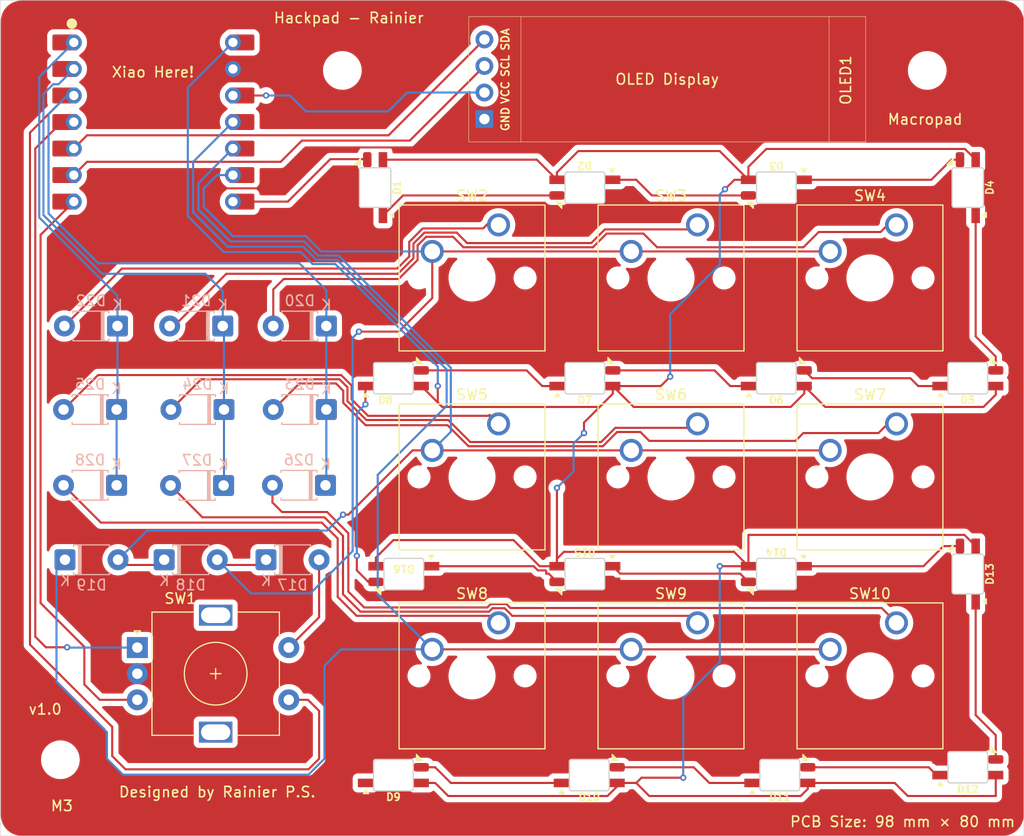
<source format=kicad_pcb>
(kicad_pcb (version 20241229) (generator "pcbnew") (generator_version "9.0")
  (title_block (title "Hackpad - Rainier"))
  (layers (0 "F.Cu" signal) (2 "B.Cu" signal) (13 "F.Paste" user) (15 "B.Paste" user) (5 "F.SilkS" user "F.Silkscreen") (7 "B.SilkS" user "B.Silkscreen") (1 "F.Mask" user) (3 "B.Mask" user) (25 "Edge.Cuts" user))
  (net 0 "")
  (net 1 "EC11_A")
  (net 2 "VCCQ")
  (net 3 "ROW1")
  (net 4 "COL0")
  (net 5 "EC11_S1")
  (net 6 "LED_CNTRL")
  (net 7 "Net-(D2-DOUT)")
  (net 8 "Net-(D4-DOUT)")
  (net 9 "Net-(D10-DIN)")
  (net 10 "COL2")
  (net 11 "Net-(D15-DIN)")
  (net 12 "Net-(D20-A)")
  (net 13 "Net-(D14-DIN)")
  (net 14 "Net-(D3-DOUT)")
  (net 15 "Net-(D13-DIN)")
  (net 16 "EC11_S2")
  (net 17 "COL1")
  (net 18 "Net-(D11-DIN)")
  (net 19 "Net-(D10-DOUT)")
  (net 20 "Net-(D1-DOUT)")
  (net 21 "Net-(D22-A)")
  (net 22 "Net-(D24-A)")
  (net 23 "Net-(D21-A)")
  (net 24 "Net-(D23-A)")
  (net 25 "Net-(D25-A)")
  (net 26 "Net-(D6-DOUT)")
  (net 27 "Net-(D27-A)")
  (net 28 "Net-(D5-DOUT)")
  (net 29 "Net-(D16-DIN)")
  (net 30 "Net-(D12-DIN)")
  (net 31 "Net-(D26-A)")
  (net 32 "Net-(D28-A)")
  (net 33 "Net-(D7-DOUT)")
  (net 34 "VCC")
  (net 35 "ROW0")
  (net 36 "OLED_SDA")
  (net 37 "GND")
  (net 38 "OLED_SCL")
  (net 39 "EC11_B")
  (footprint "Downloads:SK6812-MINI-E" (layer "F.Cu") (at 92.0584 37.0652 90)
    (property "Reference" "D1")
    (property "Value" "SK6812MINI" (hide yes))
    (fp_line (start -1.7 -1.5) (end 1.7 -1.5) (stroke (width 0.12)) (layer "Edge.Cuts"))
    (fp_line (start 1.9 -1.3) (end 1.9 1.3) (stroke (width 0.12)) (layer "Edge.Cuts"))
    (fp_line (start -1.9 1.3) (end -1.9 -1.3) (stroke (width 0.12)) (layer "Edge.Cuts"))
    (fp_line (start 1.7 1.5) (end -1.7 1.5) (stroke (width 0.12)) (layer "Edge.Cuts"))
    (fp_arc (start 1.7 -1.5) (mid 1.841421 -1.441421) (end 1.9 -1.3) (stroke (width 0.12)) (layer "Edge.Cuts"))
    (fp_arc (start -1.9 -1.3) (mid -1.841421 -1.441421) (end -1.7 -1.5) (stroke (width 0.12)) (layer "Edge.Cuts"))
    (fp_arc (start 1.9 1.3) (mid 1.841421 1.441421) (end 1.7 1.5) (stroke (width 0.12)) (layer "Edge.Cuts"))
    (fp_arc (start -1.7 1.5) (mid -1.841421 1.441421) (end -1.9 1.3) (stroke (width 0.12)) (layer "Edge.Cuts"))
  )
  (footprint "Downloads:SK6812-MINI-E" (layer "F.Cu") (at 130.475067 55.3152)
    (property "Reference" "D6")
    (property "Value" "SK6812MINI" (hide yes))
    (fp_line (start -1.9 1.3) (end -1.9 -1.3) (stroke (width 0.12)) (layer "Edge.Cuts"))
    (fp_line (start -1.7 -1.5) (end 1.7 -1.5) (stroke (width 0.12)) (layer "Edge.Cuts"))
    (fp_line (start 1.7 1.5) (end -1.7 1.5) (stroke (width 0.12)) (layer "Edge.Cuts"))
    (fp_line (start 1.9 -1.3) (end 1.9 1.3) (stroke (width 0.12)) (layer "Edge.Cuts"))
    (fp_arc (start -1.9 -1.3) (mid -1.841421 -1.441421) (end -1.7 -1.5) (stroke (width 0.12)) (layer "Edge.Cuts"))
    (fp_arc (start -1.7 1.5) (mid -1.841421 1.441421) (end -1.9 1.3) (stroke (width 0.12)) (layer "Edge.Cuts"))
    (fp_arc (start 1.7 -1.5) (mid 1.841421 -1.441421) (end 1.9 -1.3) (stroke (width 0.12)) (layer "Edge.Cuts"))
    (fp_arc (start 1.9 1.3) (mid 1.841421 1.441421) (end 1.7 1.5) (stroke (width 0.12)) (layer "Edge.Cuts"))
  )
  (footprint "Downloads:SSD1306-0.91-OLED-4pin-128x32" (layer "F.Cu") (at 139.0224 32.6902 180)
    (property "Reference" "OLED1")
    (property "Value" "~" (hide yes))
  )
  (footprint "Downloads:SK6812-MINI-E" (layer "F.Cu") (at 148.8084 37.0652 90)
    (property "Reference" "D4")
    (property "Value" "SK6812MINI" (hide yes))
    (fp_line (start -1.7 -1.5) (end 1.7 -1.5) (stroke (width 0.12)) (layer "Edge.Cuts"))
    (fp_line (start 1.9 -1.3) (end 1.9 1.3) (stroke (width 0.12)) (layer "Edge.Cuts"))
    (fp_line (start -1.9 1.3) (end -1.9 -1.3) (stroke (width 0.12)) (layer "Edge.Cuts"))
    (fp_line (start 1.7 1.5) (end -1.7 1.5) (stroke (width 0.12)) (layer "Edge.Cuts"))
    (fp_arc (start 1.7 -1.5) (mid 1.841421 -1.441421) (end 1.9 -1.3) (stroke (width 0.12)) (layer "Edge.Cuts"))
    (fp_arc (start -1.9 -1.3) (mid -1.841421 -1.441421) (end -1.7 -1.5) (stroke (width 0.12)) (layer "Edge.Cuts"))
    (fp_arc (start 1.9 1.3) (mid 1.841421 1.441421) (end 1.7 1.5) (stroke (width 0.12)) (layer "Edge.Cuts"))
    (fp_arc (start -1.7 1.5) (mid -1.841421 1.441421) (end -1.9 1.3) (stroke (width 0.12)) (layer "Edge.Cuts"))
  )
  (footprint "Downloads:SK6812-MINI-E" (layer "F.Cu") (at 130.475067 37.0652 180)
    (property "Reference" "D3")
    (property "Value" "SK6812MINI" (hide yes))
    (fp_line (start 1.9 -1.3) (end 1.9 1.3) (stroke (width 0.12)) (layer "Edge.Cuts"))
    (fp_line (start 1.7 1.5) (end -1.7 1.5) (stroke (width 0.12)) (layer "Edge.Cuts"))
    (fp_line (start -1.7 -1.5) (end 1.7 -1.5) (stroke (width 0.12)) (layer "Edge.Cuts"))
    (fp_line (start -1.9 1.3) (end -1.9 -1.3) (stroke (width 0.12)) (layer "Edge.Cuts"))
    (fp_arc (start 1.9 1.3) (mid 1.841421 1.441421) (end 1.7 1.5) (stroke (width 0.12)) (layer "Edge.Cuts"))
    (fp_arc (start 1.7 -1.5) (mid 1.841421 -1.441421) (end 1.9 -1.3) (stroke (width 0.12)) (layer "Edge.Cuts"))
    (fp_arc (start -1.7 1.5) (mid -1.841421 1.441421) (end -1.9 1.3) (stroke (width 0.12)) (layer "Edge.Cuts"))
    (fp_arc (start -1.9 -1.3) (mid -1.841421 -1.441421) (end -1.7 -1.5) (stroke (width 0.12)) (layer "Edge.Cuts"))
  )
  (footprint "MountingHole:MountingHole_3.2mm_M3" (layer "F.Cu") (at 61.9226 91.845)
    (property "Reference" "REF**" (hide yes))
    (property "Value" "MountingHole_3.2mm_M3" (hide yes))
  )
  (footprint "Downloads:SK6812-MINI-E" (layer "F.Cu") (at 93.8084 93.3152)
    (property "Reference" "D9")
    (property "Value" "SK6812MINI" (hide yes))
    (fp_line (start -1.9 1.3) (end -1.9 -1.3) (stroke (width 0.12)) (layer "Edge.Cuts"))
    (fp_line (start -1.7 -1.5) (end 1.7 -1.5) (stroke (width 0.12)) (layer "Edge.Cuts"))
    (fp_line (start 1.7 1.5) (end -1.7 1.5) (stroke (width 0.12)) (layer "Edge.Cuts"))
    (fp_line (start 1.9 -1.3) (end 1.9 1.3) (stroke (width 0.12)) (layer "Edge.Cuts"))
    (fp_arc (start -1.9 -1.3) (mid -1.841421 -1.441421) (end -1.7 -1.5) (stroke (width 0.12)) (layer "Edge.Cuts"))
    (fp_arc (start -1.7 1.5) (mid -1.841421 1.441421) (end -1.9 1.3) (stroke (width 0.12)) (layer "Edge.Cuts"))
    (fp_arc (start 1.7 -1.5) (mid 1.841421 -1.441421) (end 1.9 -1.3) (stroke (width 0.12)) (layer "Edge.Cuts"))
    (fp_arc (start 1.9 1.3) (mid 1.841421 1.441421) (end 1.7 1.5) (stroke (width 0.12)) (layer "Edge.Cuts"))
  )
  (footprint "MountingHole:MountingHole_3.2mm_M3" (layer "F.Cu") (at 144.9226 25.845)
    (property "Reference" "REF**" (hide yes))
    (property "Value" "MountingHole_3.2mm_M3" (hide yes))
  )
  (footprint "Downloads:SK6812-MINI-E" (layer "F.Cu") (at 148.8084 92.5652)
    (property "Reference" "D12")
    (property "Value" "SK6812MINI" (hide yes))
    (fp_line (start -1.9 1.3) (end -1.9 -1.3) (stroke (width 0.12)) (layer "Edge.Cuts"))
    (fp_line (start -1.7 -1.5) (end 1.7 -1.5) (stroke (width 0.12)) (layer "Edge.Cuts"))
    (fp_line (start 1.7 1.5) (end -1.7 1.5) (stroke (width 0.12)) (layer "Edge.Cuts"))
    (fp_line (start 1.9 -1.3) (end 1.9 1.3) (stroke (width 0.12)) (layer "Edge.Cuts"))
    (fp_arc (start -1.9 -1.3) (mid -1.841421 -1.441421) (end -1.7 -1.5) (stroke (width 0.12)) (layer "Edge.Cuts"))
    (fp_arc (start -1.7 1.5) (mid -1.841421 1.441421) (end -1.9 1.3) (stroke (width 0.12)) (layer "Edge.Cuts"))
    (fp_arc (start 1.7 -1.5) (mid 1.841421 -1.441421) (end 1.9 -1.3) (stroke (width 0.12)) (layer "Edge.Cuts"))
    (fp_arc (start 1.9 1.3) (mid 1.841421 1.441421) (end 1.7 1.5) (stroke (width 0.12)) (layer "Edge.Cuts"))
  )
  (footprint "Rotary_Encoder:RotaryEncoder_Alps_EC11E-Switch_Vertical_H20mm" (layer "F.Cu") (at 69.2924 81.1052)
    (property "Reference" "SW1")
    (property "Value" "RotaryEncoder")
  )
  (footprint "OPL:XIAO-RP2040-DIP" (layer "F.Cu") (at 70.8284 30.7852)
    (property "Reference" "U1" (hide yes))
    (property "Value" "XIAO-RP2040-DIP")
  )
  (footprint "Downloads:SK6812-MINI-E" (layer "F.Cu") (at 93.8084 55.3152)
    (property "Reference" "D8")
    (property "Value" "SK6812MINI" (hide yes))
    (fp_line (start -1.9 1.3) (end -1.9 -1.3) (stroke (width 0.12)) (layer "Edge.Cuts"))
    (fp_line (start -1.7 -1.5) (end 1.7 -1.5) (stroke (width 0.12)) (layer "Edge.Cuts"))
    (fp_line (start 1.7 1.5) (end -1.7 1.5) (stroke (width 0.12)) (layer "Edge.Cuts"))
    (fp_line (start 1.9 -1.3) (end 1.9 1.3) (stroke (width 0.12)) (layer "Edge.Cuts"))
    (fp_arc (start -1.9 -1.3) (mid -1.841421 -1.441421) (end -1.7 -1.5) (stroke (width 0.12)) (layer "Edge.Cuts"))
    (fp_arc (start -1.7 1.5) (mid -1.841421 1.441421) (end -1.9 1.3) (stroke (width 0.12)) (layer "Edge.Cuts"))
    (fp_arc (start 1.7 -1.5) (mid 1.841421 -1.441421) (end 1.9 -1.3) (stroke (width 0.12)) (layer "Edge.Cuts"))
    (fp_arc (start 1.9 1.3) (mid 1.841421 1.441421) (end 1.7 1.5) (stroke (width 0.12)) (layer "Edge.Cuts"))
  )
  (footprint "Library:SW_Cherry_MX_1.00u_PCB" (layer "F.Cu") (at 103.8784 40.6352)
    (property "Reference" "SW2")
    (property "Value" "SW_Push")
  )
  (footprint "Library:SW_Cherry_MX_1.00u_PCB" (layer "F.Cu") (at 103.8784 59.6852)
    (property "Reference" "SW5")
    (property "Value" "SW_Push")
  )
  (footprint "Downloads:SK6812-MINI-E" (layer "F.Cu") (at 130.8084 93.3152)
    (property "Reference" "D11")
    (property "Value" "SK6812MINI" (hide yes))
    (fp_line (start -1.9 1.3) (end -1.9 -1.3) (stroke (width 0.12)) (layer "Edge.Cuts"))
    (fp_line (start -1.7 -1.5) (end 1.7 -1.5) (stroke (width 0.12)) (layer "Edge.Cuts"))
    (fp_line (start 1.7 1.5) (end -1.7 1.5) (stroke (width 0.12)) (layer "Edge.Cuts"))
    (fp_line (start 1.9 -1.3) (end 1.9 1.3) (stroke (width 0.12)) (layer "Edge.Cuts"))
    (fp_arc (start -1.9 -1.3) (mid -1.841421 -1.441421) (end -1.7 -1.5) (stroke (width 0.12)) (layer "Edge.Cuts"))
    (fp_arc (start -1.7 1.5) (mid -1.841421 1.441421) (end -1.9 1.3) (stroke (width 0.12)) (layer "Edge.Cuts"))
    (fp_arc (start 1.7 -1.5) (mid 1.841421 -1.441421) (end 1.9 -1.3) (stroke (width 0.12)) (layer "Edge.Cuts"))
    (fp_arc (start 1.9 1.3) (mid 1.841421 1.441421) (end 1.7 1.5) (stroke (width 0.12)) (layer "Edge.Cuts"))
  )
  (footprint "Library:SW_Cherry_MX_1.00u_PCB" (layer "F.Cu") (at 122.9284 59.6852)
    (property "Reference" "SW6")
    (property "Value" "SW_Push")
  )
  (footprint "Downloads:SK6812-MINI-E" (layer "F.Cu") (at 130.475067 74.0652 180)
    (property "Reference" "D14")
    (property "Value" "SK6812MINI" (hide yes))
    (fp_line (start 1.9 -1.3) (end 1.9 1.3) (stroke (width 0.12)) (layer "Edge.Cuts"))
    (fp_line (start 1.7 1.5) (end -1.7 1.5) (stroke (width 0.12)) (layer "Edge.Cuts"))
    (fp_line (start -1.7 -1.5) (end 1.7 -1.5) (stroke (width 0.12)) (layer "Edge.Cuts"))
    (fp_line (start -1.9 1.3) (end -1.9 -1.3) (stroke (width 0.12)) (layer "Edge.Cuts"))
    (fp_arc (start 1.9 1.3) (mid 1.841421 1.441421) (end 1.7 1.5) (stroke (width 0.12)) (layer "Edge.Cuts"))
    (fp_arc (start 1.7 -1.5) (mid 1.841421 -1.441421) (end 1.9 -1.3) (stroke (width 0.12)) (layer "Edge.Cuts"))
    (fp_arc (start -1.7 1.5) (mid -1.841421 1.441421) (end -1.9 1.3) (stroke (width 0.12)) (layer "Edge.Cuts"))
    (fp_arc (start -1.9 -1.3) (mid -1.841421 -1.441421) (end -1.7 -1.5) (stroke (width 0.12)) (layer "Edge.Cuts"))
  )
  (footprint "Library:SW_Cherry_MX_1.00u_PCB" (layer "F.Cu") (at 122.9284 40.6352)
    (property "Reference" "SW3")
    (property "Value" "SW_Push")
  )
  (footprint "Downloads:SK6812-MINI-E" (layer "F.Cu") (at 112.141733 55.3152)
    (property "Reference" "D7")
    (property "Value" "SK6812MINI" (hide yes))
    (fp_line (start -1.9 1.3) (end -1.9 -1.3) (stroke (width 0.12)) (layer "Edge.Cuts"))
    (fp_line (start -1.7 -1.5) (end 1.7 -1.5) (stroke (width 0.12)) (layer "Edge.Cuts"))
    (fp_line (start 1.7 1.5) (end -1.7 1.5) (stroke (width 0.12)) (layer "Edge.Cuts"))
    (fp_line (start 1.9 -1.3) (end 1.9 1.3) (stroke (width 0.12)) (layer "Edge.Cuts"))
    (fp_arc (start -1.9 -1.3) (mid -1.841421 -1.441421) (end -1.7 -1.5) (stroke (width 0.12)) (layer "Edge.Cuts"))
    (fp_arc (start -1.7 1.5) (mid -1.841421 1.441421) (end -1.9 1.3) (stroke (width 0.12)) (layer "Edge.Cuts"))
    (fp_arc (start 1.7 -1.5) (mid 1.841421 -1.441421) (end 1.9 -1.3) (stroke (width 0.12)) (layer "Edge.Cuts"))
    (fp_arc (start 1.9 1.3) (mid 1.841421 1.441421) (end 1.7 1.5) (stroke (width 0.12)) (layer "Edge.Cuts"))
  )
  (footprint "Downloads:SK6812-MINI-E" (layer "F.Cu") (at 112.141733 74.0652 180)
    (property "Reference" "D15")
    (property "Value" "SK6812MINI" (hide yes))
    (fp_line (start 1.9 -1.3) (end 1.9 1.3) (stroke (width 0.12)) (layer "Edge.Cuts"))
    (fp_line (start 1.7 1.5) (end -1.7 1.5) (stroke (width 0.12)) (layer "Edge.Cuts"))
    (fp_line (start -1.7 -1.5) (end 1.7 -1.5) (stroke (width 0.12)) (layer "Edge.Cuts"))
    (fp_line (start -1.9 1.3) (end -1.9 -1.3) (stroke (width 0.12)) (layer "Edge.Cuts"))
    (fp_arc (start 1.9 1.3) (mid 1.841421 1.441421) (end 1.7 1.5) (stroke (width 0.12)) (layer "Edge.Cuts"))
    (fp_arc (start 1.7 -1.5) (mid 1.841421 -1.441421) (end 1.9 -1.3) (stroke (width 0.12)) (layer "Edge.Cuts"))
    (fp_arc (start -1.7 1.5) (mid -1.841421 1.441421) (end -1.9 1.3) (stroke (width 0.12)) (layer "Edge.Cuts"))
    (fp_arc (start -1.9 -1.3) (mid -1.841421 -1.441421) (end -1.7 -1.5) (stroke (width 0.12)) (layer "Edge.Cuts"))
  )
  (footprint "Library:SW_Cherry_MX_1.00u_PCB" (layer "F.Cu") (at 141.9784 59.6852)
    (property "Reference" "SW7")
    (property "Value" "SW_Push")
  )
  (footprint "Downloads:SK6812-MINI-E" (layer "F.Cu") (at 112.141733 37.0652 180)
    (property "Reference" "D2")
    (property "Value" "SK6812MINI" (hide yes))
    (fp_line (start 1.9 -1.3) (end 1.9 1.3) (stroke (width 0.12)) (layer "Edge.Cuts"))
    (fp_line (start 1.7 1.5) (end -1.7 1.5) (stroke (width 0.12)) (layer "Edge.Cuts"))
    (fp_line (start -1.7 -1.5) (end 1.7 -1.5) (stroke (width 0.12)) (layer "Edge.Cuts"))
    (fp_line (start -1.9 1.3) (end -1.9 -1.3) (stroke (width 0.12)) (layer "Edge.Cuts"))
    (fp_arc (start 1.9 1.3) (mid 1.841421 1.441421) (end 1.7 1.5) (stroke (width 0.12)) (layer "Edge.Cuts"))
    (fp_arc (start 1.7 -1.5) (mid 1.841421 -1.441421) (end 1.9 -1.3) (stroke (width 0.12)) (layer "Edge.Cuts"))
    (fp_arc (start -1.7 1.5) (mid -1.841421 1.441421) (end -1.9 1.3) (stroke (width 0.12)) (layer "Edge.Cuts"))
    (fp_arc (start -1.9 -1.3) (mid -1.841421 -1.441421) (end -1.7 -1.5) (stroke (width 0.12)) (layer "Edge.Cuts"))
  )
  (footprint "Library:SW_Cherry_MX_1.00u_PCB" (layer "F.Cu") (at 141.9784 40.6352)
    (property "Reference" "SW4")
    (property "Value" "SW_Push")
  )
  (footprint "Library:SW_Cherry_MX_1.00u_PCB" (layer "F.Cu") (at 141.9784 78.7352)
    (property "Reference" "SW10")
    (property "Value" "SW_Push")
  )
  (footprint "Downloads:SK6812-MINI-E" (layer "F.Cu") (at 148.8084 74.0652 90)
    (property "Reference" "D13")
    (property "Value" "SK6812MINI" (hide yes))
    (fp_line (start -1.7 -1.5) (end 1.7 -1.5) (stroke (width 0.12)) (layer "Edge.Cuts"))
    (fp_line (start 1.9 -1.3) (end 1.9 1.3) (stroke (width 0.12)) (layer "Edge.Cuts"))
    (fp_line (start -1.9 1.3) (end -1.9 -1.3) (stroke (width 0.12)) (layer "Edge.Cuts"))
    (fp_line (start 1.7 1.5) (end -1.7 1.5) (stroke (width 0.12)) (layer "Edge.Cuts"))
    (fp_arc (start 1.7 -1.5) (mid 1.841421 -1.441421) (end 1.9 -1.3) (stroke (width 0.12)) (layer "Edge.Cuts"))
    (fp_arc (start -1.9 -1.3) (mid -1.841421 -1.441421) (end -1.7 -1.5) (stroke (width 0.12)) (layer "Edge.Cuts"))
    (fp_arc (start 1.9 1.3) (mid 1.841421 1.441421) (end 1.7 1.5) (stroke (width 0.12)) (layer "Edge.Cuts"))
    (fp_arc (start -1.7 1.5) (mid -1.841421 1.441421) (end -1.9 1.3) (stroke (width 0.12)) (layer "Edge.Cuts"))
  )
  (footprint "Downloads:SK6812-MINI-E" (layer "F.Cu") (at 94.8084 74.0652 180)
    (property "Reference" "D16")
    (property "Value" "SK6812MINI" (hide yes))
    (fp_line (start 1.9 -1.3) (end 1.9 1.3) (stroke (width 0.12)) (layer "Edge.Cuts"))
    (fp_line (start 1.7 1.5) (end -1.7 1.5) (stroke (width 0.12)) (layer "Edge.Cuts"))
    (fp_line (start -1.7 -1.5) (end 1.7 -1.5) (stroke (width 0.12)) (layer "Edge.Cuts"))
    (fp_line (start -1.9 1.3) (end -1.9 -1.3) (stroke (width 0.12)) (layer "Edge.Cuts"))
    (fp_arc (start 1.9 1.3) (mid 1.841421 1.441421) (end 1.7 1.5) (stroke (width 0.12)) (layer "Edge.Cuts"))
    (fp_arc (start 1.7 -1.5) (mid 1.841421 -1.441421) (end 1.9 -1.3) (stroke (width 0.12)) (layer "Edge.Cuts"))
    (fp_arc (start -1.7 1.5) (mid -1.841421 1.441421) (end -1.9 1.3) (stroke (width 0.12)) (layer "Edge.Cuts"))
    (fp_arc (start -1.9 -1.3) (mid -1.841421 -1.441421) (end -1.7 -1.5) (stroke (width 0.12)) (layer "Edge.Cuts"))
  )
  (footprint "Downloads:SK6812-MINI-E" (layer "F.Cu") (at 112.5584 93.3152)
    (property "Reference" "D10")
    (property "Value" "SK6812MINI" (hide yes))
    (fp_line (start -1.9 1.3) (end -1.9 -1.3) (stroke (width 0.12)) (layer "Edge.Cuts"))
    (fp_line (start -1.7 -1.5) (end 1.7 -1.5) (stroke (width 0.12)) (layer "Edge.Cuts"))
    (fp_line (start 1.7 1.5) (end -1.7 1.5) (stroke (width 0.12)) (layer "Edge.Cuts"))
    (fp_line (start 1.9 -1.3) (end 1.9 1.3) (stroke (width 0.12)) (layer "Edge.Cuts"))
    (fp_arc (start -1.9 -1.3) (mid -1.841421 -1.441421) (end -1.7 -1.5) (stroke (width 0.12)) (layer "Edge.Cuts"))
    (fp_arc (start -1.7 1.5) (mid -1.841421 1.441421) (end -1.9 1.3) (stroke (width 0.12)) (layer "Edge.Cuts"))
    (fp_arc (start 1.7 -1.5) (mid 1.841421 -1.441421) (end 1.9 -1.3) (stroke (width 0.12)) (layer "Edge.Cuts"))
    (fp_arc (start 1.9 1.3) (mid 1.841421 1.441421) (end 1.7 1.5) (stroke (width 0.12)) (layer "Edge.Cuts"))
  )
  (footprint "Downloads:SK6812-MINI-E" (layer "F.Cu") (at 148.8084 55.3152)
    (property "Reference" "D5")
    (property "Value" "SK6812MINI" (hide yes))
    (fp_line (start -1.9 1.3) (end -1.9 -1.3) (stroke (width 0.12)) (layer "Edge.Cuts"))
    (fp_line (start -1.7 -1.5) (end 1.7 -1.5) (stroke (width 0.12)) (layer "Edge.Cuts"))
    (fp_line (start 1.7 1.5) (end -1.7 1.5) (stroke (width 0.12)) (layer "Edge.Cuts"))
    (fp_line (start 1.9 -1.3) (end 1.9 1.3) (stroke (width 0.12)) (layer "Edge.Cuts"))
    (fp_arc (start -1.9 -1.3) (mid -1.841421 -1.441421) (end -1.7 -1.5) (stroke (width 0.12)) (layer "Edge.Cuts"))
    (fp_arc (start -1.7 1.5) (mid -1.841421 1.441421) (end -1.9 1.3) (stroke (width 0.12)) (layer "Edge.Cuts"))
    (fp_arc (start 1.7 -1.5) (mid 1.841421 -1.441421) (end 1.9 -1.3) (stroke (width 0.12)) (layer "Edge.Cuts"))
    (fp_arc (start 1.9 1.3) (mid 1.841421 1.441421) (end 1.7 1.5) (stroke (width 0.12)) (layer "Edge.Cuts"))
  )
  (footprint "Library:SW_Cherry_MX_1.00u_PCB" (layer "F.Cu") (at 122.9284 78.7352)
    (property "Reference" "SW9")
    (property "Value" "SW_Push")
  )
  (footprint "MountingHole:MountingHole_3.2mm_M3" (layer "F.Cu") (at 88.9226 25.845)
    (property "Reference" "REF**" (hide yes))
    (property "Value" "MountingHole_3.2mm_M3" (hide yes))
  )
  (footprint "Library:SW_Cherry_MX_1.00u_PCB" (layer "F.Cu") (at 103.8784 78.7352)
    (property "Reference" "SW8")
    (property "Value" "SW_Push")
  )
  (footprint "Diode_THT:D_T-1_P5.08mm_Horizontal" (layer "B.Cu") (at 67.3884 50.3152 180)
    (property "Reference" "D22")
    (property "Value" "D_Small")
  )
  (footprint "Diode_THT:D_T-1_P5.08mm_Horizontal" (layer "B.Cu") (at 77.4684 50.3152 180)
    (property "Reference" "D21")
    (property "Value" "D_Small")
  )
  (footprint "Diode_THT:D_T-1_P5.08mm_Horizontal" (layer "B.Cu") (at 81.6154 72.6952)
    (property "Reference" "D17")
    (property "Value" "D_Small")
  )
  (footprint "Diode_THT:D_T-1_P5.08mm_Horizontal" (layer "B.Cu") (at 87.3884 58.3152 180)
    (property "Reference" "D23")
    (property "Value" "D_Small")
  )
  (footprint "Diode_THT:D_T-1_P5.08mm_Horizontal" (layer "B.Cu") (at 87.3884 50.3152 180)
    (property "Reference" "D20")
    (property "Value" "D_Small")
  )
  (footprint "Diode_THT:D_T-1_P5.08mm_Horizontal" (layer "B.Cu") (at 62.3654 72.6952)
    (property "Reference" "D19")
    (property "Value" "D_Small")
  )
  (footprint "Diode_THT:D_T-1_P5.08mm_Horizontal" (layer "B.Cu") (at 77.5884 58.3152 180)
    (property "Reference" "D24")
    (property "Value" "D_Small")
  )
  (footprint "Diode_THT:D_T-1_P5.08mm_Horizontal" (layer "B.Cu") (at 71.8654 72.6952)
    (property "Reference" "D18")
    (property "Value" "D_Small")
  )
  (footprint "Diode_THT:D_T-1_P5.08mm_Horizontal" (layer "B.Cu") (at 67.3084 65.5652 180)
    (property "Reference" "D28")
    (property "Value" "D_Small")
  )
  (footprint "Diode_THT:D_T-1_P5.08mm_Horizontal" (layer "B.Cu") (at 77.5544 65.5832 180)
    (property "Reference" "D27")
    (property "Value" "D_Small")
  )
  (footprint "Diode_THT:D_T-1_P5.08mm_Horizontal" (layer "B.Cu") (at 87.3084 65.5652 180)
    (property "Reference" "D26")
    (property "Value" "D_Small")
  )
  (footprint "Diode_THT:D_T-1_P5.08mm_Horizontal" (layer "B.Cu") (at 67.3084 58.3152 180)
    (property "Reference" "D25")
    (property "Value" "D_Small")
  )
  (gr_rect (start 56.1676 19.1266) (end 154.1676 99.1266) (stroke (width 0.05)) (fill no) (layer "Edge.Cuts"))
  (gr_text "Xiao Here!" (at 66.7594 26.5942 0) (layer "F.SilkS") (effects (font (size 1 1)) (justify left bottom)))
  (gr_text "PCB Size: 98 mm × 80 mm" (at 131.7006 98.365 0) (layer "F.SilkS") (effects (font (size 1 1)) (justify left bottom)))
  (gr_text "v1.0" (at 58.8026 87.5954 0) (layer "F.SilkS") (effects (font (size 1 1)) (justify left bottom)))
  (gr_text "Hackpad - Rainier" (at 82.2722 21.403 0) (layer "F.SilkS") (effects (font (size 1 1)) (justify left bottom)))
  (gr_text "M3" (at 60.9226 96.845 0) (layer "F.SilkS") (effects (font (size 1 1)) (justify left bottom)))
  (gr_text "Macropad" (at 141.0478 31.1058 0) (layer "F.SilkS") (effects (font (size 1 1)) (justify left bottom)))
  (gr_text "Designed by Rainier P.S. " (at 67.4386 95.5202 0) (layer "F.SilkS") (effects (font (size 1 1)) (justify left bottom)))
  (segment (start 63.2084 30.7852) (end 62.0604 30.7852) (width 0.2) (layer "F.Cu") (net 1))
  (segment (start 62.0604 30.7852) (end 59.5204 33.3252) (width 0.2) (layer "F.Cu") (net 1))
  (segment (start 59.5204 33.3252) (end 59.5204 80.0612) (width 0.2) (layer "F.Cu") (net 1))
  (segment (start 60.5364 81.0772) (end 61.0444 81.0772) (width 0.2) (layer "F.Cu") (net 1))
  (segment (start 61.0444 81.0772) (end 62.5684 81.0772) (width 0.2) (layer "F.Cu") (net 1))
  (segment (start 59.5204 80.0612) (end 60.5364 81.0772) (width 0.2) (layer "F.Cu") (net 1))
  (via (at 62.5684 81.0772) (size 0.6) (drill 0.3) (layers "F.Cu" "B.Cu") (net 1))
  (segment (start 62.5684 81.0772) (end 62.5964 81.1052) (width 0.2) (layer "B.Cu") (net 1))
  (segment (start 62.5964 81.1052) (end 69.2924 81.1052) (width 0.2) (layer "B.Cu") (net 1))
  (segment (start 78.4484 28.2452) (end 81.6184 28.2452) (width 0.2) (layer "F.Cu") (net 2))
  (via (at 81.6184 28.2452) (size 0.6) (drill 0.3) (layers "F.Cu" "B.Cu") (net 2))
  (segment (start 95.1114 27.9602) (end 102.5224 27.9602) (width 0.2) (layer "B.Cu") (net 2))
  (segment (start 81.6184 28.2452) (end 83.9044 28.2452) (width 0.2) (layer "B.Cu") (net 2))
  (segment (start 93.3024 29.7692) (end 95.1114 27.9602) (width 0.2) (layer "B.Cu") (net 2))
  (segment (start 83.9044 28.2452) (end 85.4284 29.7692) (width 0.2) (layer "B.Cu") (net 2))
  (segment (start 85.4284 29.7692) (end 93.3024 29.7692) (width 0.2) (layer "B.Cu") (net 2))
  (segment (start 75.8084 45.3152) (end 77.4684 46.9752) (width 0.2) (layer "B.Cu") (net 3))
  (segment (start 77.5884 58.3152) (end 77.5884 65.5492) (width 0.2) (layer "B.Cu") (net 3))
  (segment (start 77.5884 65.5492) (end 77.5544 65.5832) (width 0.2) (layer "B.Cu") (net 3))
  (segment (start 77.4684 46.9752) (end 77.4684 50.3152) (width 0.2) (layer "B.Cu") (net 3))
  (segment (start 60.3024 28.0982) (end 60.3024 39.6952) (width 0.2) (layer "B.Cu") (net 3))
  (segment (start 63.2084 25.7052) (end 61.7444 27.1692) (width 0.2) (layer "B.Cu") (net 3))
  (segment (start 77.5884 58.3152) (end 77.5884 50.4352) (width 0.2) (layer "B.Cu") (net 3))
  (segment (start 77.5884 50.4352) (end 77.4684 50.3152) (width 0.2) (layer "B.Cu") (net 3))
  (segment (start 65.9224 45.3152) (end 75.8084 45.3152) (width 0.2) (layer "B.Cu") (net 3))
  (segment (start 61.2314 27.1692) (end 60.3024 28.0982) (width 0.2) (layer "B.Cu") (net 3))
  (segment (start 77.5884 57.8152) (end 77.7484 57.6552) (width 0.2) (layer "B.Cu") (net 3))
  (segment (start 77.5884 58.3152) (end 77.5884 57.8152) (width 0.2) (layer "B.Cu") (net 3))
  (segment (start 61.7444 27.1692) (end 61.2314 27.1692) (width 0.2) (layer "B.Cu") (net 3))
  (segment (start 60.3024 39.6952) (end 65.9224 45.3152) (width 0.2) (layer "B.Cu") (net 3))
  (segment (start 135.6284 81.2752) (end 116.5784 81.2752) (width 0.2) (layer "F.Cu") (net 4))
  (segment (start 116.5784 81.2752) (end 97.5284 81.2752) (width 0.2) (layer "F.Cu") (net 4))
  (segment (start 77.9354 42.7232) (end 74.6334 39.4212) (width 0.2) (layer "B.Cu") (net 4))
  (segment (start 61.5524 84.3792) (end 66.3784 89.2052) (width 0.2) (layer "B.Cu") (net 4))
  (segment (start 85.6824 93.2692) (end 87.2064 91.7452) (width 0.2) (layer "B.Cu") (net 4))
  (segment (start 74.6334 39.4212) (end 74.6334 34.6002) (width 0.2) (layer "B.Cu") (net 4))
  (segment (start 67.9024 93.2692) (end 85.6824 93.2692) (width 0.2) (layer "B.Cu") (net 4))
  (segment (start 87.2064 82.8552) (end 88.7864 81.2752) (width 0.2) (layer "B.Cu") (net 4))
  (segment (start 92.3084 64.5652) (end 98.9074 57.9662) (width 0.2) (layer "B.Cu") (net 4))
  (segment (start 74.6334 34.6002) (end 78.4484 30.7852) (width 0.2) (layer "B.Cu") (net 4))
  (segment (start 87.7144 43.9772) (end 86.4284 43.9772) (width 0.2) (layer "B.Cu") (net 4))
  (segment (start 98.9074 54.4813) (end 88.4033 43.9772) (width 0.2) (layer "B.Cu") (net 4))
  (segment (start 88.4033 43.9772) (end 87.4362 43.9772) (width 0.2) (layer "B.Cu") (net 4))
  (segment (start 62.3654 72.6952) (end 61.5524 73.5082) (width 0.2) (layer "B.Cu") (net 4))
  (segment (start 97.5284 81.2752) (end 92.3084 76.0552) (width 0.2) (layer "B.Cu") (net 4))
  (segment (start 92.3084 76.0552) (end 92.3084 64.5652) (width 0.2) (layer "B.Cu") (net 4))
  (segment (start 85.1744 42.7232) (end 77.9354 42.7232) (width 0.2) (layer "B.Cu") (net 4))
  (segment (start 98.9074 57.9662) (end 98.9074 54.4813) (width 0.2) (layer "B.Cu") (net 4))
  (segment (start 66.3784 89.2052) (end 66.3784 91.7452) (width 0.2) (layer "B.Cu") (net 4))
  (segment (start 61.5524 73.5082) (end 61.5524 84.3792) (width 0.2) (layer "B.Cu") (net 4))
  (segment (start 87.2064 91.7452) (end 87.2064 82.8552) (width 0.2) (layer "B.Cu") (net 4))
  (segment (start 88.7864 81.2752) (end 97.5284 81.2752) (width 0.2) (layer "B.Cu") (net 4))
  (segment (start 86.4284 43.9772) (end 85.1744 42.7232) (width 0.2) (layer "B.Cu") (net 4))
  (segment (start 66.3784 91.7452) (end 67.9024 93.2692) (width 0.2) (layer "B.Cu") (net 4))
  (segment (start 66.8864 88.6972) (end 59.0124 80.8232) (width 0.2) (layer "F.Cu") (net 5))
  (segment (start 59.0124 31.8012) (end 62.5684 28.2452) (width 0.2) (layer "F.Cu") (net 5))
  (segment (start 86.6984 87.1732) (end 86.6984 91.7452) (width 0.2) (layer "F.Cu") (net 5))
  (segment (start 63.2084 27.8592) (end 63.2084 28.2452) (width 0.2) (layer "F.Cu") (net 5))
  (segment (start 59.0124 80.8232) (end 59.0124 31.8012) (width 0.2) (layer "F.Cu") (net 5))
  (segment (start 68.1564 92.7612) (end 66.8864 91.4912) (width 0.2) (layer "F.Cu") (net 5))
  (segment (start 66.8864 91.4912) (end 66.8864 88.6972) (width 0.2) (layer "F.Cu") (net 5))
  (segment (start 86.6984 91.7452) (end 85.6824 92.7612) (width 0.2) (layer "F.Cu") (net 5))
  (segment (start 62.5684 28.2452) (end 63.2084 28.2452) (width 0.2) (layer "F.Cu") (net 5))
  (segment (start 83.7924 86.1052) (end 85.6304 86.1052) (width 0.2) (layer "F.Cu") (net 5))
  (segment (start 85.6824 92.7612) (end 68.1564 92.7612) (width 0.2) (layer "F.Cu") (net 5))
  (segment (start 85.6304 86.1052) (end 86.6984 87.1732) (width 0.2) (layer "F.Cu") (net 5))
  (segment (start 60.7904 39.5482) (end 65.5574 44.3152) (width 0.2) (layer "B.Cu") (net 5))
  (segment (start 63.2084 28.2452) (end 62.5684 28.2452) (width 0.2) (layer "B.Cu") (net 5))
  (segment (start 87.3884 46.8952) (end 87.3884 50.3152) (width 0.2) (layer "B.Cu") (net 5))
  (segment (start 65.5574 44.3152) (end 84.8084 44.3152) (width 0.2) (layer "B.Cu") (net 5))
  (segment (start 60.7904 30.0232) (end 60.7904 39.5482) (width 0.2) (layer "B.Cu") (net 5))
  (segment (start 62.5684 28.2452) (end 60.7904 30.0232) (width 0.2) (layer "B.Cu") (net 5))
  (segment (start 87.3884 50.3152) (end 87.1384 50.3152) (width 0.2) (layer "B.Cu") (net 5))
  (segment (start 87.3884 58.3152) (end 87.3884 50.3152) (width 0.2) (layer "B.Cu") (net 5))
  (segment (start 87.3884 66.3152) (end 87.3884 58.8152) (width 0.2) (layer "B.Cu") (net 5))
  (segment (start 84.8084 44.3152) (end 87.3884 46.8952) (width 0.2) (layer "B.Cu") (net 5))
  (segment (start 78.4484 38.4052) (end 83.7033 38.4052) (width 0.2) (layer "F.Cu") (net 6))
  (segment (start 91.3084 34.3902) (end 91.2594 34.3412) (width 0.2) (layer "F.Cu") (net 6))
  (segment (start 91.2594 34.3412) (end 87.7673 34.3412) (width 0.2) (layer "F.Cu") (net 6))
  (segment (start 83.7033 38.4052) (end 87.7673 34.3412) (width 0.2) (layer "F.Cu") (net 6))
  (segment (start 117.0584 36.3152) (end 118.5584 37.8152) (width 0.2) (layer "F.Cu") (net 7))
  (segment (start 118.5584 37.8152) (end 127.800067 37.8152) (width 0.2) (layer "F.Cu") (net 7))
  (segment (start 114.816733 36.3152) (end 117.0584 36.3152) (width 0.2) (layer "F.Cu") (net 7))
  (segment (start 149.5584 39.7402) (end 149.5584 51.3152) (width 0.2) (layer "F.Cu") (net 8))
  (segment (start 151.4834 53.2402) (end 151.4834 54.5652) (width 0.2) (layer "F.Cu") (net 8))
  (segment (start 149.5584 51.3152) (end 151.4834 53.2402) (width 0.2) (layer "F.Cu") (net 8))
  (segment (start 128.1334 94.0652) (end 124.0584 94.0652) (width 0.2) (layer "F.Cu") (net 9))
  (segment (start 124.0584 94.0652) (end 122.5584 92.5652) (width 0.2) (layer "F.Cu") (net 9))
  (segment (start 122.5584 92.5652) (end 115.2334 92.5652) (width 0.2) (layer "F.Cu") (net 9))
  (segment (start 90.5084 50.8512) (end 94.3184 50.8512) (width 0.2) (layer "F.Cu") (net 10))
  (segment (start 97.5284 47.6412) (end 97.5284 43.1752) (width 0.2) (layer "F.Cu") (net 10))
  (segment (start 116.5784 43.1752) (end 97.5284 43.1752) (width 0.2) (layer "F.Cu") (net 10))
  (segment (start 78.4484 35.8652) (end 79.2834 35.8652) (width 0.2) (layer "F.Cu") (net 10))
  (segment (start 94.3184 50.8512) (end 97.5284 47.6412) (width 0.2) (layer "F.Cu") (net 10))
  (segment (start 135.6284 43.1752) (end 116.5784 43.1752) (width 0.2) (layer "F.Cu") (net 10))
  (segment (start 81.3654 73.1952) (end 77.1954 73.1952) (width 0.2) (layer "F.Cu") (net 10))
  (via (at 90.5084 50.8512) (size 0.6) (drill 0.3) (layers "F.Cu" "B.Cu") (net 10))
  (segment (start 86.8964 43.1752) (end 97.5284 43.1752) (width 0.2) (layer "B.Cu") (net 10))
  (segment (start 85.4284 41.7072) (end 86.8964 43.1752) (width 0.2) (layer "B.Cu") (net 10))
  (segment (start 78.4434 41.7072) (end 85.4284 41.7072) (width 0.2) (layer "B.Cu") (net 10))
  (segment (start 78.4484 35.8652) (end 76.9194 35.8652) (width 0.2) (layer "B.Cu") (net 10))
  (segment (start 76.9454 72.6952) (end 80.167429 75.917229) (width 0.2) (layer "B.Cu") (net 10))
  (segment (start 76.9194 35.8652) (end 75.6494 37.1352) (width 0.2) (layer "B.Cu") (net 10))
  (segment (start 85.856428 75.917229) (end 89.9074 71.866257) (width 0.2) (layer "B.Cu") (net 10))
  (segment (start 75.6494 38.9132) (end 78.4434 41.7072) (width 0.2) (layer "B.Cu") (net 10))
  (segment (start 75.6494 37.1352) (end 75.6494 38.9132) (width 0.2) (layer "B.Cu") (net 10))
  (segment (start 80.167429 75.917229) (end 85.856428 75.917229) (width 0.2) (layer "B.Cu") (net 10))
  (segment (start 89.9074 71.866257) (end 89.9074 51.4522) (width 0.2) (layer "B.Cu") (net 10))
  (segment (start 89.9074 51.4522) (end 90.5084 50.8512) (width 0.2) (layer "B.Cu") (net 10))
  (segment (start 107.6423 73.7162) (end 108.367733 73.7162) (width 0.2) (layer "F.Cu") (net 11))
  (segment (start 108.440733 73.7892) (end 108.440733 74.0262) (width 0.2) (layer "F.Cu") (net 11))
  (segment (start 108.367733 73.7162) (end 108.440733 73.7892) (width 0.2) (layer "F.Cu") (net 11))
  (segment (start 108.440733 74.0262) (end 108.677733 74.0262) (width 0.2) (layer "F.Cu") (net 11))
  (segment (start 97.4834 73.3152) (end 107.2413 73.3152) (width 0.2) (layer "F.Cu") (net 11))
  (segment (start 108.677733 74.0262) (end 109.466733 74.8152) (width 0.2) (layer "F.Cu") (net 11))
  (segment (start 107.2413 73.3152) (end 107.6423 73.7162) (width 0.2) (layer "F.Cu") (net 11))
  (segment (start 141.13687 40.6352) (end 140.45687 41.3152) (width 0.2) (layer "F.Cu") (net 12))
  (segment (start 96.948086 41.7742) (end 96.1274 42.594886) (width 0.2) (layer "F.Cu") (net 12))
  (segment (start 119.0584 42.7742) (end 117.7504 41.4662) (width 0.2) (layer "F.Cu") (net 12))
  (segment (start 134.532743 41.3152) (end 133.073743 42.7742) (width 0.2) (layer "F.Cu") (net 12))
  (segment (start 100.5174 42.7742) (end 99.5174 41.7742) (width 0.2) (layer "F.Cu") (net 12))
  (segment (start 94.3084 45.8152) (end 83.3084 45.8152) (width 0.2) (layer "F.Cu") (net 12))
  (segment (start 82.3084 46.8152) (end 82.3084 50.3152) (width 0.2) (layer "F.Cu") (net 12))
  (segment (start 133.073743 42.7742) (end 119.0584 42.7742) (width 0.2) (layer "F.Cu") (net 12))
  (segment (start 112.9165 42.7742) (end 100.5174 42.7742) (width 0.2) (layer "F.Cu") (net 12))
  (segment (start 83.3084 45.8152) (end 82.3084 46.8152) (width 0.2) (layer "F.Cu") (net 12))
  (segment (start 96.1274 42.594886) (end 96.1274 43.9962) (width 0.2) (layer "F.Cu") (net 12))
  (segment (start 96.1274 43.9962) (end 94.3084 45.8152) (width 0.2) (layer "F.Cu") (net 12))
  (segment (start 99.5174 41.7742) (end 96.948086 41.7742) (width 0.2) (layer "F.Cu") (net 12))
  (segment (start 114.2245 41.4662) (end 112.9165 42.7742) (width 0.2) (layer "F.Cu") (net 12))
  (segment (start 117.7504 41.4662) (end 114.2245 41.4662) (width 0.2) (layer "F.Cu") (net 12))
  (segment (start 140.45687 41.3152) (end 134.532743 41.3152) (width 0.2) (layer "F.Cu") (net 12))
  (segment (start 115.527733 74.0262) (end 127.011067 74.0262) (width 0.2) (layer "F.Cu") (net 13))
  (segment (start 127.011067 74.0262) (end 127.800067 74.8152) (width 0.2) (layer "F.Cu") (net 13))
  (segment (start 114.816733 73.3152) (end 115.527733 74.0262) (width 0.2) (layer "F.Cu") (net 13))
  (segment (start 147.2334 34.3902) (end 148.0584 34.3902) (width 0.2) (layer "F.Cu") (net 14))
  (segment (start 145.3084 36.3152) (end 147.2334 34.3902) (width 0.2) (layer "F.Cu") (net 14))
  (segment (start 133.150067 36.3152) (end 145.3084 36.3152) (width 0.2) (layer "F.Cu") (net 14))
  (segment (start 144.5584 73.3152) (end 146.4834 71.3902) (width 0.2) (layer "F.Cu") (net 15))
  (segment (start 146.4834 71.3902) (end 148.0584 71.3902) (width 0.2) (layer "F.Cu") (net 15))
  (segment (start 133.150067 73.3152) (end 144.5584 73.3152) (width 0.2) (layer "F.Cu") (net 15))
  (segment (start 86.6954 78.2022) (end 86.6954 72.6952) (width 0.2) (layer "F.Cu") (net 16))
  (segment (start 83.7924 81.1052) (end 86.6954 78.2022) (width 0.2) (layer "F.Cu") (net 16))
  (segment (start 89.4924 68.3772) (end 95.6444 62.2252) (width 0.2) (layer "F.Cu") (net 17))
  (segment (start 135.6284 62.2252) (end 116.5784 62.2252) (width 0.2) (layer "F.Cu") (net 17))
  (segment (start 95.6444 62.2252) (end 97.5284 62.2252) (width 0.2) (layer "F.Cu") (net 17))
  (segment (start 116.5784 62.2252) (end 97.5284 62.2252) (width 0.2) (layer "F.Cu") (net 17))
  (segment (start 88.9844 68.3772) (end 89.4924 68.3772) (width 0.2) (layer "F.Cu") (net 17))
  (segment (start 71.6154 73.1952) (end 67.9454 73.1952) (width 0.2) (layer "F.Cu") (net 17))
  (via (at 88.9844 68.3772) (size 0.6) (drill 0.3) (layers "F.Cu" "B.Cu") (net 17))
  (segment (start 70.2394 69.9012) (end 87.4604 69.9012) (width 0.2) (layer "B.Cu") (net 17))
  (segment (start 85.2335 42.2152) (end 78.1894 42.2152) (width 0.2) (layer "B.Cu") (net 17))
  (segment (start 97.5284 62.2252) (end 99.3084 60.4452) (width 0.2) (layer "B.Cu") (net 17))
  (segment (start 88.5694 43.5762) (end 86.5945 43.5762) (width 0.2) (layer "B.Cu") (net 17))
  (segment (start 70.2394 69.9012) (end 67.4454 72.6952) (width 0.2) (layer "B.Cu") (net 17))
  (segment (start 75.1414 36.6322) (end 78.4484 33.3252) (width 0.2) (layer "B.Cu") (net 17))
  (segment (start 86.5945 43.5762) (end 85.2335 42.2152) (width 0.2) (layer "B.Cu") (net 17))
  (segment (start 99.3084 54.3152) (end 88.5694 43.5762) (width 0.2) (layer "B.Cu") (net 17))
  (segment (start 99.3084 60.4452) (end 99.3084 54.3152) (width 0.2) (layer "B.Cu") (net 17))
  (segment (start 87.4604 69.9012) (end 88.9844 68.3772) (width 0.2) (layer "B.Cu") (net 17))
  (segment (start 75.1414 39.1672) (end 75.1414 36.6322) (width 0.2) (layer "B.Cu") (net 17))
  (segment (start 78.1894 42.2152) (end 75.1414 39.1672) (width 0.2) (layer "B.Cu") (net 17))
  (segment (start 145.0684 92.5652) (end 145.8184 93.3152) (width 0.2) (layer "F.Cu") (net 18))
  (segment (start 133.4834 92.5652) (end 145.0684 92.5652) (width 0.2) (layer "F.Cu") (net 18))
  (segment (start 109.8834 94.0652) (end 99.3084 94.0652) (width 0.2) (layer "F.Cu") (net 19))
  (segment (start 99.3084 94.0652) (end 97.8084 92.5652) (width 0.2) (layer "F.Cu") (net 19))
  (segment (start 97.8084 92.5652) (end 96.4834 92.5652) (width 0.2) (layer "F.Cu") (net 19))
  (segment (start 92.8844 39.6642) (end 94.7334 37.8152) (width 0.2) (layer "F.Cu") (net 20))
  (segment (start 94.7334 37.8152) (end 109.466733 37.8152) (width 0.2) (layer "F.Cu") (net 20))
  (segment (start 95.3254 42.262686) (end 95.3254 43.664) (width 0.2) (layer "F.Cu") (net 21))
  (segment (start 96.615886 40.9722) (end 95.3254 42.262686) (width 0.2) (layer "F.Cu") (net 21))
  (segment (start 102.4014 40.9722) (end 96.615886 40.9722) (width 0.2) (layer "F.Cu") (net 21))
  (segment (start 103.3084 40.0652) (end 102.4014 40.9722) (width 0.2) (layer "F.Cu") (net 21))
  (segment (start 94.1742 44.8152) (end 67.8084 44.8152) (width 0.2) (layer "F.Cu") (net 21))
  (segment (start 67.8084 44.8152) (end 62.3084 50.3152) (width 0.2) (layer "F.Cu") (net 21))
  (segment (start 95.3254 43.664) (end 94.1742 44.8152) (width 0.2) (layer "F.Cu") (net 21))
  (segment (start 76.3084 55.4142) (end 88.6423 55.4142) (width 0.2) (layer "F.Cu") (net 22))
  (segment (start 113.7004 61.4232) (end 115.0584 60.0652) (width 0.2) (layer "F.Cu") (net 22))
  (segment (start 99.0584 59.3152) (end 101.1664 61.4232) (width 0.2) (layer "F.Cu") (net 22))
  (segment (start 72.5084 58.3152) (end 75.4094 55.4142) (width 0.2) (layer "F.Cu") (net 22))
  (segment (start 101.1664 61.4232) (end 113.7004 61.4232) (width 0.2) (layer "F.Cu") (net 22))
  (segment (start 89.4074 57.506243) (end 91.216357 59.3152) (width 0.2) (layer "F.Cu") (net 22))
  (segment (start 89.4074 56.1793) (end 89.4074 57.506243) (width 0.2) (layer "F.Cu") (net 22))
  (segment (start 115.0584 60.0652) (end 122.5484 60.0652) (width 0.2) (layer "F.Cu") (net 22))
  (segment (start 75.4094 55.4142) (end 76.3084 55.4142) (width 0.2) (layer "F.Cu") (net 22))
  (segment (start 88.6423 55.4142) (end 89.4074 56.1793) (width 0.2) (layer "F.Cu") (net 22))
  (segment (start 91.216357 59.3152) (end 99.0584 59.3152) (width 0.2) (layer "F.Cu") (net 22))
  (segment (start 122.4984 41.0652) (end 114.0584 41.0652) (width 0.2) (layer "F.Cu") (net 23))
  (segment (start 112.7504 42.3732) (end 100.8664 42.3732) (width 0.2) (layer "F.Cu") (net 23))
  (segment (start 94.2413 45.3152) (end 77.8084 45.3152) (width 0.2) (layer "F.Cu") (net 23))
  (segment (start 96.781986 41.3732) (end 95.7264 42.428786) (width 0.2) (layer "F.Cu") (net 23))
  (segment (start 95.7264 42.428786) (end 95.7264 43.8301) (width 0.2) (layer "F.Cu") (net 23))
  (segment (start 100.8664 42.3732) (end 99.8664 41.3732) (width 0.2) (layer "F.Cu") (net 23))
  (segment (start 77.8084 45.3152) (end 72.8084 50.3152) (width 0.2) (layer "F.Cu") (net 23))
  (segment (start 95.7264 43.8301) (end 94.2413 45.3152) (width 0.2) (layer "F.Cu") (net 23))
  (segment (start 99.8664 41.3732) (end 96.781986 41.3732) (width 0.2) (layer "F.Cu") (net 23))
  (segment (start 114.0584 41.0652) (end 112.7504 42.3732) (width 0.2) (layer "F.Cu") (net 23))
  (segment (start 133.057743 60.5652) (end 140.25687 60.5652) (width 0.2) (layer "F.Cu") (net 24))
  (segment (start 91.149257 59.8152) (end 98.9913 59.8152) (width 0.2) (layer "F.Cu") (net 24))
  (segment (start 98.9913 59.8152) (end 101.0003 61.8242) (width 0.2) (layer "F.Cu") (net 24))
  (segment (start 115.2245 60.4662) (end 117.4594 60.4662) (width 0.2) (layer "F.Cu") (net 24))
  (segment (start 132.307743 61.3152) (end 133.057743 60.5652) (width 0.2) (layer "F.Cu") (net 24))
  (segment (start 101.0003 61.8242) (end 113.8665 61.8242) (width 0.2) (layer "F.Cu") (net 24))
  (segment (start 118.3084 61.3152) (end 132.307743 61.3152) (width 0.2) (layer "F.Cu") (net 24))
  (segment (start 88.3084 55.8152) (end 89.0064 56.5132) (width 0.2) (layer "F.Cu") (net 24))
  (segment (start 140.25687 60.5652) (end 141.13687 59.6852) (width 0.2) (layer "F.Cu") (net 24))
  (segment (start 89.0064 56.5132) (end 89.0064 57.672343) (width 0.2) (layer "F.Cu") (net 24))
  (segment (start 117.4594 60.4662) (end 118.3084 61.3152) (width 0.2) (layer "F.Cu") (net 24))
  (segment (start 113.8665 61.8242) (end 115.2245 60.4662) (width 0.2) (layer "F.Cu") (net 24))
  (segment (start 84.8084 55.8152) (end 88.3084 55.8152) (width 0.2) (layer "F.Cu") (net 24))
  (segment (start 89.0064 57.672343) (end 91.149257 59.8152) (width 0.2) (layer "F.Cu") (net 24))
  (segment (start 82.3084 58.3152) (end 84.8084 55.8152) (width 0.2) (layer "F.Cu") (net 24))
  (segment (start 91.382457 58.9142) (end 103.1074 58.9142) (width 0.2) (layer "F.Cu") (net 25))
  (segment (start 62.2284 58.3152) (end 65.5304 55.0132) (width 0.2) (layer "F.Cu") (net 25))
  (segment (start 88.8084 55.0132) (end 89.8084 56.0132) (width 0.2) (layer "F.Cu") (net 25))
  (segment (start 89.8084 57.340143) (end 91.382457 58.9142) (width 0.2) (layer "F.Cu") (net 25))
  (segment (start 89.8084 56.0132) (end 89.8084 57.340143) (width 0.2) (layer "F.Cu") (net 25))
  (segment (start 103.1074 58.9142) (end 103.8784 59.6852) (width 0.2) (layer "F.Cu") (net 25))
  (segment (start 103.7584 59.5652) (end 103.0084 58.8152) (width 0.2) (layer "F.Cu") (net 25))
  (segment (start 65.5304 55.0132) (end 88.8084 55.0132) (width 0.2) (layer "F.Cu") (net 25))
  (segment (start 126.0584 56.0652) (end 124.5584 54.5652) (width 0.2) (layer "F.Cu") (net 26))
  (segment (start 124.5584 54.5652) (end 114.816733 54.5652) (width 0.2) (layer "F.Cu") (net 26))
  (segment (start 127.800067 56.0652) (end 126.0584 56.0652) (width 0.2) (layer "F.Cu") (net 26))
  (segment (start 105.189714 78.0652) (end 122.2584 78.0652) (width 0.2) (layer "F.Cu") (net 27))
  (segment (start 102.968086 77.6642) (end 103.298086 77.3342) (width 0.2) (layer "F.Cu") (net 27))
  (segment (start 90.6514 77.6642) (end 102.968086 77.6642) (width 0.2) (layer "F.Cu") (net 27))
  (segment (start 88.9844 70.4092) (end 88.9844 75.9972) (width 0.2) (layer "F.Cu") (net 27))
  (segment (start 88.9844 75.9972) (end 90.6514 77.6642) (width 0.2) (layer "F.Cu") (net 27))
  (segment (start 104.458714 77.3342) (end 105.189714 78.0652) (width 0.2) (layer "F.Cu") (net 27))
  (segment (start 87.2064 68.6312) (end 88.9844 70.4092) (width 0.2) (layer "F.Cu") (net 27))
  (segment (start 103.298086 77.3342) (end 104.458714 77.3342) (width 0.2) (layer "F.Cu") (net 27))
  (segment (start 75.5224 68.6312) (end 87.2064 68.6312) (width 0.2) (layer "F.Cu") (net 27))
  (segment (start 72.4744 65.5832) (end 75.5224 68.6312) (width 0.2) (layer "F.Cu") (net 27))
  (segment (start 133.900067 55.3152) (end 133.150067 54.5652) (width 0.2) (layer "F.Cu") (net 28))
  (segment (start 144.0584 56.0652) (end 143.3084 55.3152) (width 0.2) (layer "F.Cu") (net 28))
  (segment (start 146.1334 56.0652) (end 144.0584 56.0652) (width 0.2) (layer "F.Cu") (net 28))
  (segment (start 143.3084 55.3152) (end 133.900067 55.3152) (width 0.2) (layer "F.Cu") (net 28))
  (segment (start 90.3084 73.7152) (end 91.4084 74.8152) (width 0.2) (layer "F.Cu") (net 29))
  (segment (start 90.3084 72.3152) (end 90.3084 73.7152) (width 0.2) (layer "F.Cu") (net 29))
  (segment (start 91.1334 57.8152) (end 91.1334 56.0652) (width 0.2) (layer "F.Cu") (net 29))
  (segment (start 91.4084 74.8152) (end 92.1334 74.8152) (width 0.2) (layer "F.Cu") (net 29))
  (via (at 91.1334 57.8152) (size 0.6) (drill 0.3) (layers "F.Cu" "B.Cu") (net 29))
  (via (at 90.3084 72.3152) (size 0.6) (drill 0.3) (layers "F.Cu" "B.Cu") (net 29))
  (segment (start 90.3084 58.6402) (end 90.3084 72.3152) (width 0.2) (layer "B.Cu") (net 29))
  (segment (start 91.1334 57.8152) (end 90.3084 58.6402) (width 0.2) (layer "B.Cu") (net 29))
  (segment (start 149.5584 76.7402) (end 149.5584 87.5652) (width 0.2) (layer "F.Cu") (net 30))
  (segment (start 149.5584 87.5652) (end 151.4834 89.4902) (width 0.2) (layer "F.Cu") (net 30))
  (segment (start 151.4834 89.4902) (end 151.4834 91.8152) (width 0.2) (layer "F.Cu") (net 30))
  (segment (start 140.5584 77.3152) (end 141.9784 78.7352) (width 0.2) (layer "F.Cu") (net 31))
  (segment (start 105.006814 77.3152) (end 140.5584 77.3152) (width 0.2) (layer "F.Cu") (net 31))
  (segment (start 102.801986 77.2632) (end 103.131986 76.9332) (width 0.2) (layer "F.Cu") (net 31))
  (segment (start 82.2284 65.5652) (end 82.2284 67.2092) (width 0.2) (layer "F.Cu") (net 31))
  (segment (start 87.4604 68.1232) (end 89.4924 70.1552) (width 0.2) (layer "F.Cu") (net 31))
  (segment (start 91.0124 77.2632) (end 102.801986 77.2632) (width 0.2) (layer "F.Cu") (net 31))
  (segment (start 104.624814 76.9332) (end 105.006814 77.3152) (width 0.2) (layer "F.Cu") (net 31))
  (segment (start 89.4924 70.1552) (end 89.4924 75.7432) (width 0.2) (layer "F.Cu") (net 31))
  (segment (start 89.4924 75.7432) (end 91.0124 77.2632) (width 0.2) (layer "F.Cu") (net 31))
  (segment (start 83.1424 68.1232) (end 87.4604 68.1232) (width 0.2) (layer "F.Cu") (net 31))
  (segment (start 82.2284 67.2092) (end 83.1424 68.1232) (width 0.2) (layer "F.Cu") (net 31))
  (segment (start 103.131986 76.9332) (end 104.624814 76.9332) (width 0.2) (layer "F.Cu") (net 31))
  (segment (start 86.9524 69.1392) (end 88.4764 70.6632) (width 0.2) (layer "F.Cu") (net 32))
  (segment (start 65.8024 69.1392) (end 86.9524 69.1392) (width 0.2) (layer "F.Cu") (net 32))
  (segment (start 90.2904 78.0652) (end 103.2084 78.0652) (width 0.2) (layer "F.Cu") (net 32))
  (segment (start 88.4764 76.2512) (end 90.2904 78.0652) (width 0.2) (layer "F.Cu") (net 32))
  (segment (start 62.2284 65.5652) (end 65.8024 69.1392) (width 0.2) (layer "F.Cu") (net 32))
  (segment (start 88.4764 70.6632) (end 88.4764 76.2512) (width 0.2) (layer "F.Cu") (net 32))
  (segment (start 109.466733 56.0652) (end 108.0584 56.0652) (width 0.2) (layer "F.Cu") (net 33))
  (segment (start 108.0584 56.0652) (end 106.5584 54.5652) (width 0.2) (layer "F.Cu") (net 33))
  (segment (start 106.5584 54.5652) (end 96.4834 54.5652) (width 0.2) (layer "F.Cu") (net 33))
  (segment (start 141.8084 94.0652) (end 143.0584 95.3152) (width 0.2) (layer "F.Cu") (net 34))
  (segment (start 121.5584 93.5652) (end 117.5584 93.5652) (width 0.2) (layer "F.Cu") (net 34))
  (segment (start 148.4834 70.3152) (end 149.5584 71.3902) (width 0.2) (layer "F.Cu") (net 34))
  (segment (start 125.5584 37.2152) (end 126.4584 36.3152) (width 0.2) (layer "F.Cu") (net 34))
  (segment (start 131.857774 58.0652) (end 133.150067 56.772907) (width 0.2) (layer "F.Cu") (net 34))
  (segment (start 115.2334 94.3902) (end 114.3084 95.3152) (width 0.2) (layer "F.Cu") (net 34))
  (segment (start 117.5584 93.5652) (end 117.0584 94.0652) (width 0.2) (layer "F.Cu") (net 34))
  (segment (start 109.466733 35.607493) (end 109.466733 36.3152) (width 0.2) (layer "F.Cu") (net 34))
  (segment (start 92.8084 34.3902) (end 107.541733 34.3902) (width 0.2) (layer "F.Cu") (net 34))
  (segment (start 114.816733 56.0652) (end 116.816733 58.0652) (width 0.2) (layer "F.Cu") (net 34))
  (segment (start 98.3959 57.9777) (end 98.4834 58.0652) (width 0.2) (layer "F.Cu") (net 34))
  (segment (start 127.8084 70.3152) (end 148.4834 70.3152) (width 0.2) (layer "F.Cu") (net 34))
  (segment (start 109.466733 72.607566) (end 110.136247 71.938052) (width 0.2) (layer "F.Cu") (net 34))
  (segment (start 151.4834 56.8902) (end 151.4834 56.0652) (width 0.2) (layer "F.Cu") (net 34))
  (segment (start 127.800067 36.3152) (end 127.800067 35.073533) (width 0.2) (layer "F.Cu") (net 34))
  (segment (start 111.509026 33.5652) (end 109.466733 35.607493) (width 0.2) (layer "F.Cu") (net 34))
  (segment (start 143.0584 95.3152) (end 151.4834 95.3152) (width 0.2) (layer "F.Cu") (net 34))
  (segment (start 107.541733 34.3902) (end 109.466733 36.3152) (width 0.2) (layer "F.Cu") (net 34))
  (segment (start 112.0584 60.5652) (end 112.0584 59.5652) (width 0.2) (layer "F.Cu") (net 34))
  (segment (start 133.4834 94.6402) (end 132.8084 95.3152) (width 0.2) (layer "F.Cu") (net 34))
  (segment (start 148.5324 33.3642) (end 149.5584 34.3902) (width 0.2) (layer "F.Cu") (net 34))
  (segment (start 116.816733 58.0652) (end 131.857774 58.0652) (width 0.2) (layer "F.Cu") (net 34))
  (segment (start 109.466733 73.3152) (end 109.466733 72.607566) (width 0.2) (layer "F.Cu") (net 34))
  (segment (start 118.3084 95.3152) (end 117.0584 94.0652) (width 0.2) (layer "F.Cu") (net 34))
  (segment (start 119.4084 56.0652) (end 120.3084 55.1652) (width 0.2) (layer "F.Cu") (net 34))
  (segment (start 133.150067 56.0652) (end 135.150067 58.0652) (width 0.2) (layer "F.Cu") (net 34))
  (segment (start 97.8084 94.0652) (end 99.0584 95.3152) (width 0.2) (layer "F.Cu") (net 34))
  (segment (start 96.4834 56.0652) (end 98.3959 57.9777) (width 0.2) (layer "F.Cu") (net 34))
  (segment (start 125.050067 33.5652) (end 111.509026 33.5652) (width 0.2) (layer "F.Cu") (net 34))
  (segment (start 115.2334 94.0652) (end 117.0584 94.0652) (width 0.2) (layer "F.Cu") (net 34))
  (segment (start 126.4584 36.3152) (end 127.800067 36.3152) (width 0.2) (layer "F.Cu") (net 34))
  (segment (start 127.800067 73.3152) (end 127.800067 70.323533) (width 0.2) (layer "F.Cu") (net 34))
  (segment (start 96.4834 94.0652) (end 97.8084 94.0652) (width 0.2) (layer "F.Cu") (net 34))
  (segment (start 125.0584 73.3152) (end 127.800067 73.3152) (width 0.2) (layer "F.Cu") (net 34))
  (segment (start 133.150067 56.772907) (end 133.150067 56.0652) (width 0.2) (layer "F.Cu") (net 34))
  (segment (start 92.1334 73.3152) (end 92.1334 72.4902) (width 0.2) (layer "F.Cu") (net 34))
  (segment (start 127.800067 70.323533) (end 127.8084 70.3152) (width 0.2) (layer "F.Cu") (net 34))
  (segment (start 110.136247 71.938052) (end 126.422919 71.938052) (width 0.2) (layer "F.Cu") (net 34))
  (segment (start 151.4834 95.3152) (end 151.4834 93.3152) (width 0.2) (layer "F.Cu") (net 34))
  (segment (start 109.466733 65.8152) (end 109.466733 73.3152) (width 0.2) (layer "F.Cu") (net 34))
  (segment (start 112.0584 59.5652) (end 113.5584 58.0652) (width 0.2) (layer "F.Cu") (net 34))
  (segment (start 105.3084 70.8152) (end 107.8084 73.3152) (width 0.2) (layer "F.Cu") (net 34))
  (segment (start 114.816733 56.0652) (end 119.4084 56.0652) (width 0.2) (layer "F.Cu") (net 34))
  (segment (start 135.150067 58.0652) (end 150.3084 58.0652) (width 0.2) (layer "F.Cu") (net 34))
  (segment (start 98.0584 57.6402) (end 98.3959 57.9777) (width 0.2) (layer "F.Cu") (net 34))
  (segment (start 133.4834 94.0652) (end 133.4834 94.6402) (width 0.2) (layer "F.Cu") (net 34))
  (segment (start 115.2334 94.0652) (end 115.2334 94.3902) (width 0.2) (layer "F.Cu") (net 34))
  (segment (start 127.800067 36.3152) (end 125.050067 33.5652) (width 0.2) (layer "F.Cu") (net 34))
  (segment (start 150.3084 58.0652) (end 151.4834 56.8902) (width 0.2) (layer "F.Cu") (net 34))
  (segment (start 107.8084 73.3152) (end 109.466733 73.3152) (width 0.2) (layer "F.Cu") (net 34))
  (segment (start 132.8084 95.3152) (end 118.3084 95.3152) (width 0.2) (layer "F.Cu") (net 34))
  (segment (start 114.816733 56.806867) (end 114.816733 56.0652) (width 0.2) (layer "F.Cu") (net 34))
  (segment (start 98.4834 58.0652) (end 113.5584 58.0652) (width 0.2) (layer "F.Cu") (net 34))
  (segment (start 99.0584 95.3152) (end 114.3084 95.3152) (width 0.2) (layer "F.Cu") (net 34))
  (segment (start 92.1334 72.4902) (end 93.8084 70.8152) (width 0.2) (layer "F.Cu") (net 34))
  (segment (start 93.8084 70.8152) (end 105.3084 70.8152) (width 0.2) (layer "F.Cu") (net 34))
  (segment (start 133.4834 94.0652) (end 141.8084 94.0652) (width 0.2) (layer "F.Cu") (net 34))
  (segment (start 126.422919 71.938052) (end 127.800067 73.3152) (width 0.2) (layer "F.Cu") (net 34))
  (segment (start 98.0584 56.0652) (end 98.0584 57.6402) (width 0.2) (layer "F.Cu") (net 34))
  (segment (start 113.5584 58.0652) (end 114.816733 56.806867) (width 0.2) (layer "F.Cu") (net 34))
  (segment (start 129.5094 33.3642) (end 148.5324 33.3642) (width 0.2) (layer "F.Cu") (net 34))
  (segment (start 127.800067 35.073533) (end 129.5094 33.3642) (width 0.2) (layer "F.Cu") (net 34))
  (via (at 120.3084 55.1652) (size 0.6) (drill 0.3) (layers "F.Cu" "B.Cu") (net 34))
  (via (at 98.0584 56.0652) (size 0.6) (drill 0.3) (layers "F.Cu" "B.Cu") (net 34))
  (via (at 121.5584 93.5652) (size 0.6) (drill 0.3) (layers "F.Cu" "B.Cu") (net 34))
  (via (at 112.0584 60.5652) (size 0.6) (drill 0.3) (layers "F.Cu" "B.Cu") (net 34))
  (via (at 109.466733 65.8152) (size 0.6) (drill 0.3) (layers "F.Cu" "B.Cu") (net 34))
  (via (at 125.5584 37.2152) (size 0.6) (drill 0.3) (layers "F.Cu" "B.Cu") (net 34))
  (via (at 125.0584 73.3152) (size 0.6) (drill 0.3) (layers "F.Cu" "B.Cu") (net 34))
  (segment (start 74.1254 39.8022) (end 74.1254 27.4882) (width 0.2) (layer "B.Cu") (net 34))
  (segment (start 86.0674 44.3782) (end 84.9204 43.2312) (width 0.2) (layer "B.Cu") (net 34))
  (segment (start 125.0584 82.470016) (end 125.0584 73.3152) (width 0.2) (layer "B.Cu") (net 34))
  (segment (start 121.5584 85.970016) (end 121.5584 93.5652) (width 0.2) (layer "B.Cu") (net 34))
  (segment (start 125.0584 82.470016) (end 121.5584 85.970016) (width 0.2) (layer "B.Cu") (net 34))
  (segment (start 98.0584 54.1994) (end 88.2372 44.3782) (width 0.2) (layer "B.Cu") (net 34))
  (segment (start 109.466733 65.8152) (end 111.0584 64.223533) (width 0.2) (layer "B.Cu") (net 34))
  (segment (start 111.0584 64.223533) (end 111.0584 61.5652) (width 0.2) (layer "B.Cu") (net 34))
  (segment (start 125.0584 44.42673) (end 125.0584 37.7152) (width 0.2) (layer "B.Cu") (net 34))
  (segment (start 84.9204 43.2312) (end 77.5544 43.2312) (width 0.2) (layer "B.Cu") (net 34))
  (segment (start 120.3084 49.17673) (end 125.0584 44.42673) (width 0.2) (layer "B.Cu") (net 34))
  (segment (start 74.1254 27.4882) (end 78.4484 23.1652) (width 0.2) (layer "B.Cu") (net 34))
  (segment (start 77.5544 43.2312) (end 74.1254 39.8022) (width 0.2) (layer "B.Cu") (net 34))
  (segment (start 125.0584 37.7152) (end 125.5584 37.2152) (width 0.2) (layer "B.Cu") (net 34))
  (segment (start 120.3084 55.1652) (end 120.3084 49.17673) (width 0.2) (layer "B.Cu") (net 34))
  (segment (start 88.2372 44.3782) (end 86.0674 44.3782) (width 0.2) (layer "B.Cu") (net 34))
  (segment (start 98.0584 56.0652) (end 98.0584 54.1994) (width 0.2) (layer "B.Cu") (net 34))
  (segment (start 111.0584 61.5652) (end 112.0584 60.5652) (width 0.2) (layer "B.Cu") (net 34))
  (segment (start 67.3084 66.3152) (end 67.3084 58.8952) (width 0.2) (layer "B.Cu") (net 35))
  (segment (start 63.2084 23.1652) (end 63.2034 23.1652) (width 0.2) (layer "B.Cu") (net 35))
  (segment (start 67.3884 47.4162) (end 67.3884 50.3152) (width 0.2) (layer "B.Cu") (net 35))
  (segment (start 59.9014 26.4672) (end 59.9014 39.9292) (width 0.2) (layer "B.Cu") (net 35))
  (segment (start 59.9014 39.9292) (end 67.3884 47.4162) (width 0.2) (layer "B.Cu") (net 35))
  (segment (start 67.3884 58.2352) (end 67.3084 58.3152) (width 0.2) (layer "B.Cu") (net 35))
  (segment (start 67.3884 50.3152) (end 67.3884 58.2352) (width 0.2) (layer "B.Cu") (net 35))
  (segment (start 63.2034 23.1652) (end 59.9014 26.4672) (width 0.2) (layer "B.Cu") (net 35))
  (segment (start 93.3474 32.0552) (end 102.5224 22.8802) (width 0.2) (layer "F.Cu") (net 36))
  (segment (start 63.2084 33.3252) (end 64.4784 32.0552) (width 0.2) (layer "F.Cu") (net 36))
  (segment (start 64.4784 32.0552) (end 93.3474 32.0552) (width 0.2) (layer "F.Cu") (net 36))
  (segment (start 90.6114 40.4372) (end 77.8084 40.4372) (width 0.2) (layer "F.Cu") (net 37))
  (segment (start 85.4525 33.2182) (end 99.8044 33.2182) (width 0.2) (layer "F.Cu") (net 37))
  (segment (start 81.5355 37.1352) (end 85.4525 33.2182) (width 0.2) (layer "F.Cu") (net 37))
  (segment (start 77.8084 40.4372) (end 76.1574 38.7862) (width 0.2) (layer "F.Cu") (net 37))
  (segment (start 76.1574 38.7862) (end 76.1574 37.5162) (width 0.2) (layer "F.Cu") (net 37))
  (segment (start 76.5384 37.1352) (end 81.5355 37.1352) (width 0.2) (layer "F.Cu") (net 37))
  (segment (start 76.1574 37.5162) (end 76.5384 37.1352) (width 0.2) (layer "F.Cu") (net 37))
  (segment (start 99.8044 33.2182) (end 102.5224 30.5002) (width 0.2) (layer "F.Cu") (net 37))
  (segment (start 91.3084 39.7402) (end 90.6114 40.4372) (width 0.2) (layer "F.Cu") (net 37))
  (segment (start 63.2084 35.8652) (end 64.4784 34.5952) (width 0.2) (layer "F.Cu") (net 38))
  (segment (start 83.0154 34.5952) (end 85.0474 32.5632) (width 0.2) (layer "F.Cu") (net 38))
  (segment (start 85.0474 32.5632) (end 95.3794 32.5632) (width 0.2) (layer "F.Cu") (net 38))
  (segment (start 64.4784 34.5952) (end 83.0154 34.5952) (width 0.2) (layer "F.Cu") (net 38))
  (segment (start 95.3794 32.5632) (end 102.5224 25.4202) (width 0.2) (layer "F.Cu") (net 38))
  (segment (start 64.2194 81.0322) (end 64.2194 84.6332) (width 0.2) (layer "F.Cu") (net 39))
  (segment (start 63.2084 38.4052) (end 60.0284 41.5852) (width 0.2) (layer "F.Cu") (net 39))
  (segment (start 65.6914 86.1052) (end 69.2924 86.1052) (width 0.2) (layer "F.Cu") (net 39))
  (segment (start 60.0284 76.8412) (end 64.2194 81.0322) (width 0.2) (layer "F.Cu") (net 39))
  (segment (start 60.0284 41.5852) (end 60.0284 76.8412) (width 0.2) (layer "F.Cu") (net 39))
  (segment (start 64.2194 84.6332) (end 65.6914 86.1052) (width 0.2) (layer "F.Cu") (net 39))
  (zone (net 37) (net_name "GND") (layer "F.Cu") (connect_pads yes (clearance 0.5)) (min_thickness 0.25) (fill yes (thermal_gap 0.5) (thermal_bridge_width 0.5) (smoothing fillet) (radius 2))
    (polygon (pts (xy 56.2184 19.152) (xy 154.1608 19.152) (xy 154.1608 99.1366) (xy 56.2184 99.1366)))
  )
)
</source>
